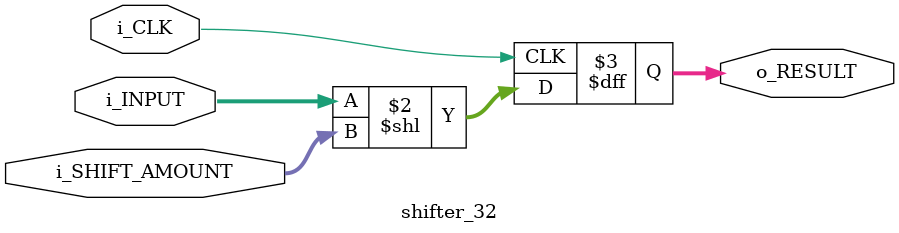
<source format=v>
module shifter_32 (
	input wire i_CLK,
	input wire [31:0] i_INPUT,
	input wire [4:0] i_SHIFT_AMOUNT,
	output reg [31:0] o_RESULT
);

always@(posedge i_CLK)
begin
	o_RESULT <= i_INPUT << i_SHIFT_AMOUNT;
end

endmodule

</source>
